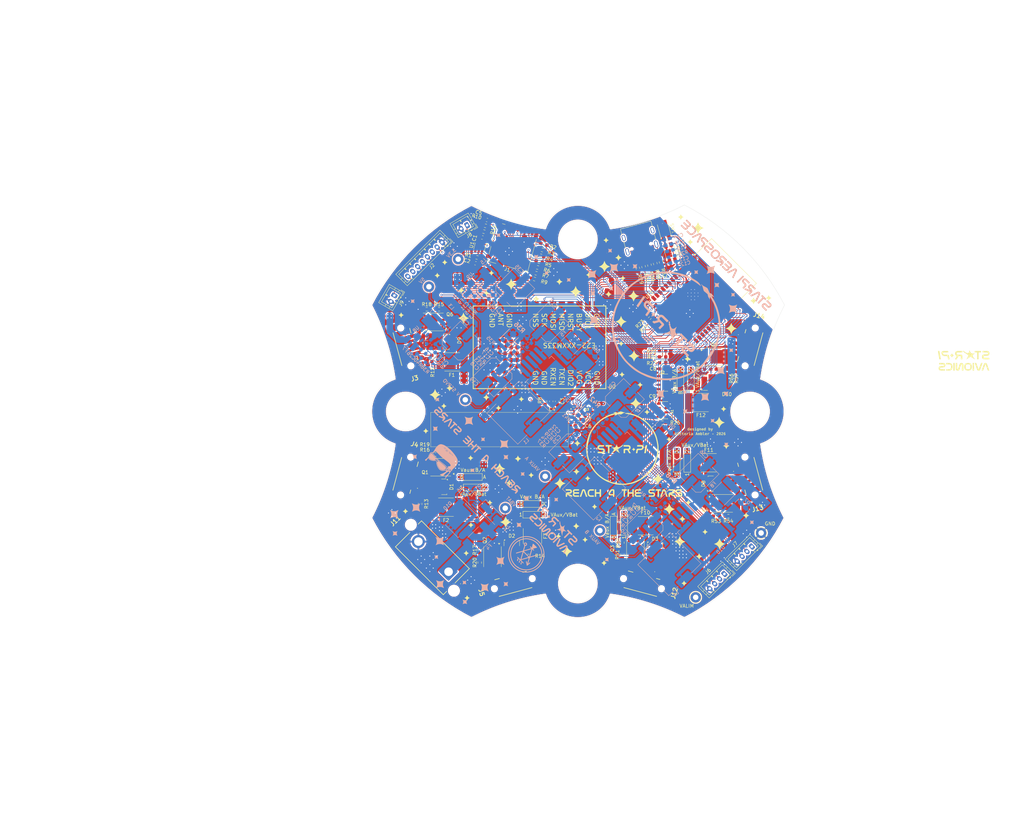
<source format=kicad_pcb>
(kicad_pcb
	(version 20241229)
	(generator "pcbnew")
	(generator_version "9.0")
	(general
		(thickness 1.6)
		(legacy_teardrops no)
	)
	(paper "A4")
	(title_block
		(comment 4 "AISLER Project ID: NEMETBBI")
	)
	(layers
		(0 "F.Cu" signal)
		(4 "In1.Cu" signal)
		(6 "In2.Cu" signal)
		(2 "B.Cu" signal)
		(9 "F.Adhes" user "F.Adhesive")
		(11 "B.Adhes" user "B.Adhesive")
		(13 "F.Paste" user)
		(15 "B.Paste" user)
		(5 "F.SilkS" user "F.Silkscreen")
		(7 "B.SilkS" user "B.Silkscreen")
		(1 "F.Mask" user)
		(3 "B.Mask" user)
		(17 "Dwgs.User" user "User.Drawings")
		(19 "Cmts.User" user "User.Comments")
		(21 "Eco1.User" user "User.Eco1")
		(23 "Eco2.User" user "User.Eco2")
		(25 "Edge.Cuts" user)
		(27 "Margin" user)
		(31 "F.CrtYd" user "F.Courtyard")
		(29 "B.CrtYd" user "B.Courtyard")
		(35 "F.Fab" user)
		(33 "B.Fab" user)
		(39 "User.1" user)
		(41 "User.2" user)
		(43 "User.3" user)
		(45 "User.4" user)
	)
	(setup
		(stackup
			(layer "F.SilkS"
				(type "Top Silk Screen")
			)
			(layer "F.Paste"
				(type "Top Solder Paste")
			)
			(layer "F.Mask"
				(type "Top Solder Mask")
				(thickness 0.01)
			)
			(layer "F.Cu"
				(type "copper")
				(thickness 0.035)
			)
			(layer "dielectric 1"
				(type "prepreg")
				(thickness 0.1)
				(material "FR4")
				(epsilon_r 4.5)
				(loss_tangent 0.02)
			)
			(layer "In1.Cu"
				(type "copper")
				(thickness 0.035)
			)
			(layer "dielectric 2"
				(type "core")
				(thickness 1.24)
				(material "FR4")
				(epsilon_r 4.5)
				(loss_tangent 0.02)
			)
			(layer "In2.Cu"
				(type "copper")
				(thickness 0.035)
			)
			(layer "dielectric 3"
				(type "prepreg")
				(thickness 0.1)
				(material "FR4")
				(epsilon_r 4.5)
				(loss_tangent 0.02)
			)
			(layer "B.Cu"
				(type "copper")
				(thickness 0.035)
			)
			(layer "B.Mask"
				(type "Bottom Solder Mask")
				(thickness 0.01)
			)
			(layer "B.Paste"
				(type "Bottom Solder Paste")
			)
			(layer "B.SilkS"
				(type "Bottom Silk Screen")
			)
			(copper_finish "None")
			(dielectric_constraints no)
		)
		(pad_to_mask_clearance 0)
		(allow_soldermask_bridges_in_footprints no)
		(tenting front back)
		(aux_axis_origin 147.6025 96.945)
		(grid_origin 147.6025 96.945)
		(pcbplotparams
			(layerselection 0x00000000_00000000_55555555_5755f5ff)
			(plot_on_all_layers_selection 0x00000000_00000000_00000000_00000000)
			(disableapertmacros no)
			(usegerberextensions no)
			(usegerberattributes yes)
			(usegerberadvancedattributes yes)
			(creategerberjobfile yes)
			(dashed_line_dash_ratio 12.000000)
			(dashed_line_gap_ratio 3.000000)
			(svgprecision 4)
			(plotframeref no)
			(mode 1)
			(useauxorigin no)
			(hpglpennumber 1)
			(hpglpenspeed 20)
			(hpglpendiameter 15.000000)
			(pdf_front_fp_property_popups yes)
			(pdf_back_fp_property_popups yes)
			(pdf_metadata yes)
			(pdf_single_document no)
			(dxfpolygonmode yes)
			(dxfimperialunits yes)
			(dxfusepcbnewfont yes)
			(psnegative no)
			(psa4output no)
			(plot_black_and_white yes)
			(sketchpadsonfab no)
			(plotpadnumbers no)
			(hidednponfab no)
			(sketchdnponfab yes)
			(crossoutdnponfab yes)
			(subtractmaskfromsilk no)
			(outputformat 1)
			(mirror no)
			(drillshape 1)
			(scaleselection 1)
			(outputdirectory "")
		)
	)
	(net 0 "")
	(net 1 "+3.3V")
	(net 2 "/MCU/SDA1")
	(net 3 "/MCU/SCL1")
	(net 4 "GND")
	(net 5 "unconnected-(A1-SDO-Pad6)")
	(net 6 "Net-(F4-Pad2)")
	(net 7 "/Telemetry/DET_B")
	(net 8 "/Telemetry/SD_VDD")
	(net 9 "/MCU/ENABLE")
	(net 10 "/MCU/BOOTSEL")
	(net 11 "Net-(U2-RXEN)")
	(net 12 "Net-(U5-VIN)")
	(net 13 "Net-(U5-VC)")
	(net 14 "Net-(U6-VCAPH)")
	(net 15 "Net-(U6-VCAPL)")
	(net 16 "+5V")
	(net 17 "Net-(U7-VIN)")
	(net 18 "Net-(U7-VC)")
	(net 19 "Net-(U10-VIN)")
	(net 20 "Net-(U8-EN)")
	(net 21 "Net-(U8-BST)")
	(net 22 "Net-(U10-VC)")
	(net 23 "+7.4V")
	(net 24 "Net-(D1-K)")
	(net 25 "Net-(D1-A-Pad1)")
	(net 26 "Net-(D2-K)")
	(net 27 "Net-(D2-A-Pad1)")
	(net 28 "Net-(D3-A-Pad1)")
	(net 29 "Net-(D3-K)")
	(net 30 "Net-(D4-A2)")
	(net 31 "Net-(D5-K)")
	(net 32 "Net-(D6-K)")
	(net 33 "Net-(D7-K)")
	(net 34 "Net-(JP2-C)")
	(net 35 "Net-(JP6-C)")
	(net 36 "Net-(U8-SW)")
	(net 37 "+12V")
	(net 38 "/Telemetry/DET_A")
	(net 39 "Net-(J1-DAT3{slash}CD)")
	(net 40 "/MCU/SD_D0")
	(net 41 "/MCU/SD_CMD")
	(net 42 "Net-(J1-SHIELD)")
	(net 43 "/MCU/SD_CLK")
	(net 44 "Net-(J1-DAT1)")
	(net 45 "Net-(J1-DAT2)")
	(net 46 "/MCU/RX2")
	(net 47 "unconnected-(J2-Pin_3-Pad3)")
	(net 48 "/MCU/IO8")
	(net 49 "/MCU/TX2")
	(net 50 "unconnected-(J2-Pin_7-Pad7)")
	(net 51 "/MCU/IO9")
	(net 52 "Net-(U9-EN)")
	(net 53 "/MCU/ADC1")
	(net 54 "/MCU/ADC2")
	(net 55 "Net-(U9-BST)")
	(net 56 "Net-(U9-SW)")
	(net 57 "Net-(JP5-C)")
	(net 58 "unconnected-(J5-PadMP2)")
	(net 59 "unconnected-(J5-PadMP4)")
	(net 60 "unconnected-(J5-PadMP3)")
	(net 61 "/MCU/D+")
	(net 62 "unconnected-(J5-PadMP1)")
	(net 63 "/MCU/D-")
	(net 64 "/MCU/SCL2")
	(net 65 "/MCU/SDA2")
	(net 66 "/MCU/RX0")
	(net 67 "/MCU/TX0")
	(net 68 "VauxB")
	(net 69 "VauxA")
	(net 70 "Net-(JP3-C)")
	(net 71 "Net-(JP4-C)")
	(net 72 "Net-(JP7-C)")
	(net 73 "Net-(JP8-C)")
	(net 74 "unconnected-(J10-VBUS-PadA4)")
	(net 75 "unconnected-(J10-SBU1-PadA8)")
	(net 76 "Net-(J10-CC2)")
	(net 77 "/Actuation/PINT1_HS")
	(net 78 "Net-(J10-SHIELD)")
	(net 79 "/Actuation/PINT2_HS")
	(net 80 "unconnected-(J10-VBUS-PadA4)_1")
	(net 81 "/Actuation/PINT3_HS")
	(net 82 "unconnected-(J10-VBUS-PadA4)_2")
	(net 83 "Net-(Q10-G)")
	(net 84 "unconnected-(J10-SBU2-PadB8)")
	(net 85 "/Actuation/PINT1_LS")
	(net 86 "/Actuation/PINT2_LS")
	(net 87 "/Actuation/PINT3_LS")
	(net 88 "/MCU/USB_D-")
	(net 89 "/MCU/USB_D+")
	(net 90 "Net-(J10-CC1)")
	(net 91 "unconnected-(J10-VBUS-PadA4)_3")
	(net 92 "/Power Supply/FB7.4V")
	(net 93 "/Power Supply/FBA")
	(net 94 "/Power Supply/FBB")
	(net 95 "/MCU/IO7")
	(net 96 "/MCU/MOSI2")
	(net 97 "Net-(JP1-C)")
	(net 98 "/MCU/SCK2")
	(net 99 "/MCU/MISO2")
	(net 100 "/MCU/IO5")
	(net 101 "/MCU/IO6")
	(net 102 "/MCU/IO14_CS1")
	(net 103 "/MCU/IO15_CS2")
	(net 104 "unconnected-(U3-INT2-Pad9)")
	(net 105 "/MCU/IO10")
	(net 106 "unconnected-(U3-NC-Pad10)")
	(net 107 "unconnected-(U3-NC-Pad11)")
	(net 108 "Net-(Q1-G)")
	(net 109 "Net-(Q2-G)")
	(net 110 "Net-(Q3-G)")
	(net 111 "Net-(U1-QOD)")
	(net 112 "Net-(U8-FB)")
	(net 113 "Net-(U9-FB)")
	(net 114 "unconnected-(U1-CT-Pad4)")
	(net 115 "unconnected-(U2-ANT-Pad21)")
	(net 116 "Net-(U2-DIO2)")
	(net 117 "unconnected-(U6-NC_3-Pad3)")
	(net 118 "unconnected-(U6-NC_5-Pad5)")
	(net 119 "unconnected-(J3-PadMP4)")
	(net 120 "unconnected-(J3-PadMP1)")
	(net 121 "unconnected-(J3-PadMP2)")
	(net 122 "Net-(Q2-D)")
	(net 123 "unconnected-(J3-PadMP3)")
	(net 124 "unconnected-(J4-PadMP1)")
	(net 125 "unconnected-(J4-PadMP4)")
	(net 126 "Net-(Q3-D)")
	(net 127 "unconnected-(J4-PadMP3)")
	(net 128 "unconnected-(J4-PadMP2)")
	(net 129 "Net-(Q1-D)")
	(net 130 "unconnected-(A2-SDO-Pad6)")
	(net 131 "Net-(D8-A-Pad1)")
	(net 132 "Net-(D8-K)")
	(net 133 "Net-(D9-K)")
	(net 134 "Net-(D10-K)")
	(net 135 "Net-(D10-A-Pad1)")
	(net 136 "Net-(JP10-C)")
	(net 137 "Net-(J3-PadA1)")
	(net 138 "Net-(J4-PadA1)")
	(net 139 "Net-(J5-PadA1)")
	(net 140 "unconnected-(J12-PadMP2)")
	(net 141 "unconnected-(J12-PadMP1)")
	(net 142 "unconnected-(J12-PadMP3)")
	(net 143 "unconnected-(J12-PadA1)")
	(net 144 "unconnected-(J12-PadMP4)")
	(net 145 "unconnected-(J13-PadMP3)")
	(net 146 "unconnected-(J13-PadA1)")
	(net 147 "Net-(Q4-D)")
	(net 148 "unconnected-(J13-PadMP1)")
	(net 149 "unconnected-(J13-PadMP2)")
	(net 150 "unconnected-(J13-PadMP4)")
	(net 151 "unconnected-(J14-PadMP2)")
	(net 152 "unconnected-(J14-PadMP1)")
	(net 153 "Net-(Q5-D)")
	(net 154 "unconnected-(J14-PadA1)")
	(net 155 "unconnected-(J14-PadMP4)")
	(net 156 "unconnected-(J14-PadMP3)")
	(net 157 "Net-(JP10-B)")
	(net 158 "Net-(Q4-G)")
	(net 159 "Net-(Q5-G)")
	(net 160 "Net-(R34-Pad2)")
	(net 161 "Net-(R39-Pad2)")
	(net 162 "Net-(R46-Pad2)")
	(net 163 "/Actuation/PINT4_LS")
	(net 164 "/Actuation/PINT5_LS")
	(net 165 "/Actuation/PINT6_LS")
	(net 166 "Net-(D9-A-Pad1)")
	(net 167 "Net-(Q6-D)")
	(net 168 "Net-(Q6-G)")
	(footprint "Resistor_SMD:R_0603_1608Metric_Pad0.98x0.95mm_HandSolder" (layer "F.Cu") (at 107.3025 67.245))
	(footprint "Jumper:SolderJumper-3_P2.0mm_Open_TrianglePad1.0x1.5mm_NumberLabels" (layer "F.Cu") (at 117.1025 119.005 180))
	(footprint "Resistor_SMD:R_0603_1608Metric_Pad0.98x0.95mm_HandSolder" (layer "F.Cu") (at 106.2025 109.445))
	(footprint "Resistor_SMD:R_0603_1608Metric_Pad0.98x0.95mm_HandSolder" (layer "F.Cu") (at 118.314772 52.188825 165))
	(footprint "Resistor_SMD:R_0603_1608Metric_Pad0.98x0.95mm_HandSolder" (layer "F.Cu") (at 168.379041 54.423475 -75))
	(footprint "Resistor_SMD:R_0603_1608Metric_Pad0.98x0.95mm_HandSolder" (layer "F.Cu") (at 119.1025 140.841765 90))
	(footprint "Capacitor_SMD:C_0603_1608Metric_Pad1.08x0.95mm_HandSolder" (layer "F.Cu") (at 121.226486 41.32216 165))
	(footprint "Jumper:SolderJumper-3_P2.0mm_Open_TrianglePad1.0x1.5mm_NumberLabels" (layer "F.Cu") (at 117.0825 116.005))
	(footprint "Fuse:Fuse_2920_7451Metric_Pad2.10x5.45mm_HandSolder" (layer "F.Cu") (at 134.399559 133.141765 90))
	(footprint "Jumper:SolderJumper-3_P2.0mm_Open_TrianglePad1.0x1.5mm_NumberLabels" (layer "F.Cu") (at 177.4025 88.145 90))
	(footprint "Resistor_SMD:R_0603_1608Metric_Pad0.98x0.95mm_HandSolder" (layer "F.Cu") (at 105.2025 81.545 90))
	(footprint "Jumper:SolderJumper-3_P2.0mm_Open_TrianglePad1.0x1.5mm_NumberLabels" (layer "F.Cu") (at 134.399559 126.911765 180))
	(footprint "Package_TO_SOT_SMD:TO-277A" (layer "F.Cu") (at 128.4025 137.59))
	(footprint "Connector_JST:JST_PH_B8B-PH-K_1x08_P2.00mm_Vertical" (layer "F.Cu") (at 108.141156 47.784162 -135))
	(footprint "Buttons:C4B1802110" (layer "F.Cu") (at 174.459793 50.869394 -75))
	(footprint "Resistor_SMD:R_0603_1608Metric_Pad0.98x0.95mm_HandSolder" (layer "F.Cu") (at 188.685 84.645 180))
	(footprint "Sensors:XDCR_LSM6DSO32TR" (layer "F.Cu") (at 147.6025 96.945))
	(footprint "Connector_JST:JST_PH_B4B-PH-K_1x04_P2.00mm_Vertical" (layer "F.Cu") (at 190.140189 144.15731 -135))
	(footprint "Capacitor_SMD:C_0603_1608Metric_Pad1.08x0.95mm_HandSolder" (layer "F.Cu") (at 119.867686 46.39327 165))
	(footprint "Resistor_SMD:R_0603_1608Metric_Pad0.98x0.95mm_HandSolder" (layer "F.Cu") (at 171.759782 53.517608 -75))
	(footprint "Connector_JST:JST_PH_B2B-PH-K_1x02_P2.00mm_Vertical" (layer "F.Cu") (at 115.434551 42.845 -150))
	(footprint "Resistor_SMD:R_0603_1608Metric_Pad0.98x0.95mm_HandSolder" (layer "F.Cu") (at 166.688672 54.876407 -75))
	(footprint "Resistor_SMD:R_0603_1608Metric_Pad0.98x0.95mm_HandSolder" (layer "F.Cu") (at 103.7025 67.245))
	(footprint "Sensors:XDCR_MS561101BA03-50" (layer "F.Cu") (at 172.2025 88.57 180))
	(footprint "Resistor_SMD:R_0603_1608Metric_Pad0.98x0.95mm_HandSolder" (layer "F.Cu") (at 120.320619 44.7029 -15))
	(footprint "Capacitor_SMD:C_0603_1608Metric_Pad1.08x0.95mm_HandSolder" (layer "F.Cu") (at 147.715 99.32))
	(footprint "Resistor_SMD:R_0603_1608Metric_Pad0.98x0.95mm_HandSolder" (layer "F.Cu") (at 135.007022 58.473234 -15))
	(footprint "Resistor_SMD:R_0603_1608Metric_Pad0.98x0.95mm_HandSolder" (layer "F.Cu") (at 172.202501 100.195))
	(footprint "Package_TO_SOT_SMD:TO-277A" (layer "F.Cu") (at 186.8625 88.545 90))
	(footprint "Jumper:SolderJumper-3_P2.0mm_Open_TrianglePad1.0x1.5mm_NumberLabels" (layer "F.Cu") (at 176.3325 111.845 90))
	(footprint "Resistor_SMD:R_0603_1608Metric_Pad0.98x0.95mm_HandSolder" (layer "F.Cu") (at 136.818755 51.711753 165))
	(footprint "Resistor_SMD:R_0603_1608Metric_Pad0.98x0.95mm_HandSolder" (layer "F.Cu") (at 169.1025 70.445 45))
	(footprint "TestPoint:TestPoint_Loop_D2.60mm_Drill1.6mm_Beaded"
		(layer "F.Cu")
		(uuid "4b6f9f13-8428-446f-b3a5-019bcedaf816")
		(at 200.8025 132.245 90)
		(descr "wire loop with bead as test point, loop diameter2.6mm, hole diameter 1.6mm")
		(tags "test point wire loop bead")
		(property "Reference" "GND"
			(at 2.7 2.6 180)
			(layer "F.SilkS")
			(uuid "1bb1392c-a593-4e4a-a61a-07fb225c6c7f")
			(effects
				(font
					(size 1 1)
					(thickness 0.15)
				)
			)
		)
		(property "Value" "TestPoint"
			(at 0 -2.8 90)
			(layer "F.Fab")
			(uuid "3c9ab71e-ff14-421f-805e-cab12768d85f")
			(effects
				(font
					(size 1 1)
					(thickness 0.15)
				)
			)
		)
		(property "Datasheet" "~"
			(at 0 0 90)
			(unlocked yes)
			(layer "F.Fab")
			(hide yes)
			(uuid "13533c73-6eec-48d4-8483-ab7b75e15696")
			(effects
				(font
					(size 1.27 1.27)
					(thickness 0.15)
				)
			)
		)
		(property "Description" "test point"
			(at 0 0 90)
			(unlocked yes)
			(layer "F.Fab")
			(hide yes)
			(uuid "d5591a33-c939-45b7-9dab-8599628fdf25")
			(effects
				(font
					(size 1.27 1.27)
					(thickness 0.15)
				)
			)
		)
		(property ki_fp_filters "Pin* Test*")
		(path "/481bde4d-67e6-41cb-9b0e-93e9a8e96a50/48694584-2661-4243-adfc-e4bcd77c4567")
		(sheetname "/Power Supply/")
		(sheetfile "power_supply.kicad_sch")
		(attr through_hole)
		(fp_circle
			(center 0 0)
			(end 1.7 0)
			(stroke
				(width 0.12)
				(type solid)
			)
			(fill no)
			(layer "F.SilkS")
			(uuid "8a5758c7-4a6c-409d-8143-ecdc9bf7eca5")
		)
		(fp_circle
			(center 0 0)
			(end 2 0)
			(stroke
				(width 0.05)
				(type solid)
			)
			(fill no)
			(layer "F.CrtYd")
			(uuid "5854f299-adc0-43e2-922b-8069f6c9f98b")
		)
		(fp_line
			(start 1.3 -0.3)
			(end -1.3 -0.3)
			(stroke
				(width 0.12)
				(type solid)
			)
			(layer "F.Fab")
			(uuid "5c5d74b8-6472-497c-be0d-affaf0a8f774")
		)
		(fp_line
			(start -1.3 -0.3)
			(end -1.3 0.3)
			(stroke
				(width 0.12)
				(type solid)
			)
			(layer "F.Fab")
			(uuid "61fa4ac7-5be6-46e9-87af-268c4ee74146")
		)
		(fp_line
			(start 1.3 0.3)
			(end 1.3 -0.3)
			(stroke
				(width 0.12)
				(type solid)
			)
			(layer "F.Fab")
			(uuid "d7bf7549-78a5-4aad-9286-75449998f36e")
		)
		(fp_line
			(start -1.3 0.3)
			(end 1.3 0.3)
			(stroke
				(width 0.12)
				(type solid)
			)
			(layer "F.Fab")
			(uuid "9f8e852e-30a9-4787-86e6-a840192621d0")
		)
		(fp_circle
			(center 0 0)
			(end 1.5 0)
			(stroke
				(width 0.12)
				(type solid)
			)
			(fill no)
			(layer "F.Fab")
			(uuid "00526f75-632b-4469-b6d6-64f15cb05a27")
		)
		(fp_text user "${REFERENCE}"
			(at 0.7 2.5 90)
			(layer "F.Fab")
			(uuid "7b94fda4-8cef-4bcc-a478-bcbbc863ff7a")
			(effects
				(font
					(size 1 1)
					(thickness 0.15)
				)
			)
		)
		(pad "1" thru_hole circle
			(at 0 0 90)
			(size 3 3)
			(drill 1.6)
			(layers "*.Cu" "*.Mask")
			(remove_unused_layers no)
			(net 4 "GND")
			(pinfunction "1")
			(pintype "passive")
			(uuid "1de5bbb0-dd0c-4d17-8969-e3f9e17f63c6")
		)
		(embedded_fonts no)
		(model "${KICAD9_3DMODEL_DIR}/TestPoint.3dshapes/TestPoint_Loop_D2.60mm_Drill1.6mm_Beaded.step"
			(offset
				(xyz 0
... [9734502 chars truncated]
</source>
